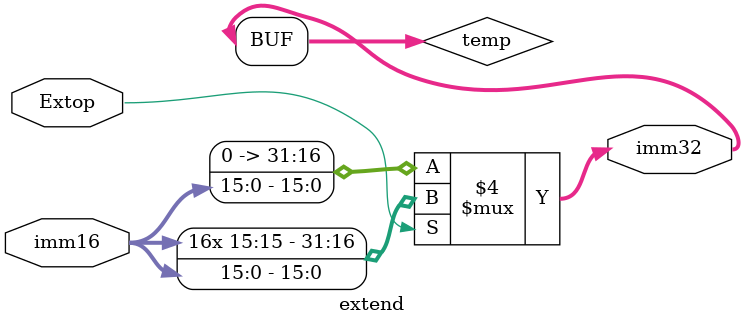
<source format=v>

module extend (
    imm16,imm32,Extop
);
    
input[15:0] imm16;
input Extop;
output[31:0] imm32;

reg[31:0] temp;

always @(*) begin
    if(Extop==0)
        temp={16'b0,imm16[15:0]};               // 零扩展
    else
        temp={{16{imm16[15]}},imm16[15:0]};     // 符号扩展
end

assign imm32=temp;

endmodule
</source>
